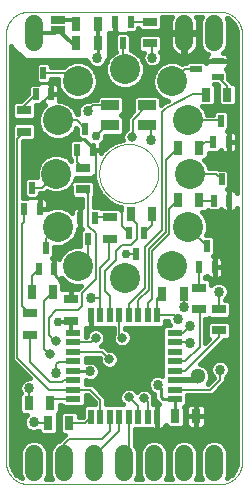
<source format=gtl>
G75*
%MOIN*%
%OFA0B0*%
%FSLAX25Y25*%
%IPPOS*%
%LPD*%
%AMOC8*
5,1,8,0,0,1.08239X$1,22.5*
%
%ADD10C,0.00000*%
%ADD11R,0.05000X0.02200*%
%ADD12R,0.02200X0.05000*%
%ADD13C,0.06000*%
%ADD14R,0.01969X0.03937*%
%ADD15R,0.04724X0.03150*%
%ADD16R,0.03150X0.04724*%
%ADD17R,0.03937X0.01969*%
%ADD18R,0.05906X0.03543*%
%ADD19C,0.10000*%
%ADD20R,0.05000X0.02500*%
%ADD21C,0.05118*%
%ADD22C,0.01200*%
%ADD23C,0.03369*%
%ADD24C,0.01000*%
%ADD25C,0.01600*%
%ADD26C,0.00800*%
%ADD27C,0.00600*%
%ADD28C,0.03172*%
%ADD29C,0.02975*%
%ADD30C,0.02000*%
D10*
X0001800Y0009513D02*
X0001800Y0151994D01*
X0001802Y0152175D01*
X0001809Y0152356D01*
X0001820Y0152537D01*
X0001835Y0152718D01*
X0001855Y0152898D01*
X0001879Y0153078D01*
X0001907Y0153257D01*
X0001940Y0153435D01*
X0001977Y0153612D01*
X0002018Y0153789D01*
X0002063Y0153964D01*
X0002113Y0154139D01*
X0002167Y0154312D01*
X0002225Y0154483D01*
X0002287Y0154654D01*
X0002354Y0154822D01*
X0002424Y0154989D01*
X0002498Y0155155D01*
X0002577Y0155318D01*
X0002659Y0155479D01*
X0002745Y0155639D01*
X0002835Y0155796D01*
X0002929Y0155951D01*
X0003026Y0156104D01*
X0003128Y0156254D01*
X0003232Y0156402D01*
X0003341Y0156548D01*
X0003452Y0156690D01*
X0003568Y0156830D01*
X0003686Y0156967D01*
X0003808Y0157102D01*
X0003933Y0157233D01*
X0004061Y0157361D01*
X0004192Y0157486D01*
X0004327Y0157608D01*
X0004464Y0157726D01*
X0004604Y0157842D01*
X0004746Y0157953D01*
X0004892Y0158062D01*
X0005040Y0158166D01*
X0005190Y0158268D01*
X0005343Y0158365D01*
X0005498Y0158459D01*
X0005655Y0158549D01*
X0005815Y0158635D01*
X0005976Y0158717D01*
X0006139Y0158796D01*
X0006305Y0158870D01*
X0006472Y0158940D01*
X0006640Y0159007D01*
X0006811Y0159069D01*
X0006982Y0159127D01*
X0007155Y0159181D01*
X0007330Y0159231D01*
X0007505Y0159276D01*
X0007682Y0159317D01*
X0007859Y0159354D01*
X0008037Y0159387D01*
X0008216Y0159415D01*
X0008396Y0159439D01*
X0008576Y0159459D01*
X0008757Y0159474D01*
X0008938Y0159485D01*
X0009119Y0159492D01*
X0009300Y0159494D01*
X0073040Y0159494D01*
X0073221Y0159492D01*
X0073402Y0159485D01*
X0073583Y0159474D01*
X0073764Y0159459D01*
X0073944Y0159439D01*
X0074124Y0159415D01*
X0074303Y0159387D01*
X0074481Y0159354D01*
X0074658Y0159317D01*
X0074835Y0159276D01*
X0075010Y0159231D01*
X0075185Y0159181D01*
X0075358Y0159127D01*
X0075529Y0159069D01*
X0075700Y0159007D01*
X0075868Y0158940D01*
X0076035Y0158870D01*
X0076201Y0158796D01*
X0076364Y0158717D01*
X0076525Y0158635D01*
X0076685Y0158549D01*
X0076842Y0158459D01*
X0076997Y0158365D01*
X0077150Y0158268D01*
X0077300Y0158166D01*
X0077448Y0158062D01*
X0077594Y0157953D01*
X0077736Y0157842D01*
X0077876Y0157726D01*
X0078013Y0157608D01*
X0078148Y0157486D01*
X0078279Y0157361D01*
X0078407Y0157233D01*
X0078532Y0157102D01*
X0078654Y0156967D01*
X0078772Y0156830D01*
X0078888Y0156690D01*
X0078999Y0156548D01*
X0079108Y0156402D01*
X0079212Y0156254D01*
X0079314Y0156104D01*
X0079411Y0155951D01*
X0079505Y0155796D01*
X0079595Y0155639D01*
X0079681Y0155479D01*
X0079763Y0155318D01*
X0079842Y0155155D01*
X0079916Y0154989D01*
X0079986Y0154822D01*
X0080053Y0154654D01*
X0080115Y0154483D01*
X0080173Y0154312D01*
X0080227Y0154139D01*
X0080277Y0153964D01*
X0080322Y0153789D01*
X0080363Y0153612D01*
X0080400Y0153435D01*
X0080433Y0153257D01*
X0080461Y0153078D01*
X0080485Y0152898D01*
X0080505Y0152718D01*
X0080520Y0152537D01*
X0080531Y0152356D01*
X0080538Y0152175D01*
X0080540Y0151994D01*
X0080540Y0009513D01*
X0080538Y0009332D01*
X0080531Y0009151D01*
X0080520Y0008970D01*
X0080505Y0008789D01*
X0080485Y0008609D01*
X0080461Y0008429D01*
X0080433Y0008250D01*
X0080400Y0008072D01*
X0080363Y0007895D01*
X0080322Y0007718D01*
X0080277Y0007543D01*
X0080227Y0007368D01*
X0080173Y0007195D01*
X0080115Y0007024D01*
X0080053Y0006853D01*
X0079986Y0006685D01*
X0079916Y0006518D01*
X0079842Y0006352D01*
X0079763Y0006189D01*
X0079681Y0006028D01*
X0079595Y0005868D01*
X0079505Y0005711D01*
X0079411Y0005556D01*
X0079314Y0005403D01*
X0079212Y0005253D01*
X0079108Y0005105D01*
X0078999Y0004959D01*
X0078888Y0004817D01*
X0078772Y0004677D01*
X0078654Y0004540D01*
X0078532Y0004405D01*
X0078407Y0004274D01*
X0078279Y0004146D01*
X0078148Y0004021D01*
X0078013Y0003899D01*
X0077876Y0003781D01*
X0077736Y0003665D01*
X0077594Y0003554D01*
X0077448Y0003445D01*
X0077300Y0003341D01*
X0077150Y0003239D01*
X0076997Y0003142D01*
X0076842Y0003048D01*
X0076685Y0002958D01*
X0076525Y0002872D01*
X0076364Y0002790D01*
X0076201Y0002711D01*
X0076035Y0002637D01*
X0075868Y0002567D01*
X0075700Y0002500D01*
X0075529Y0002438D01*
X0075358Y0002380D01*
X0075185Y0002326D01*
X0075010Y0002276D01*
X0074835Y0002231D01*
X0074658Y0002190D01*
X0074481Y0002153D01*
X0074303Y0002120D01*
X0074124Y0002092D01*
X0073944Y0002068D01*
X0073764Y0002048D01*
X0073583Y0002033D01*
X0073402Y0002022D01*
X0073221Y0002015D01*
X0073040Y0002013D01*
X0009300Y0002013D01*
X0009119Y0002015D01*
X0008938Y0002022D01*
X0008757Y0002033D01*
X0008576Y0002048D01*
X0008396Y0002068D01*
X0008216Y0002092D01*
X0008037Y0002120D01*
X0007859Y0002153D01*
X0007682Y0002190D01*
X0007505Y0002231D01*
X0007330Y0002276D01*
X0007155Y0002326D01*
X0006982Y0002380D01*
X0006811Y0002438D01*
X0006640Y0002500D01*
X0006472Y0002567D01*
X0006305Y0002637D01*
X0006139Y0002711D01*
X0005976Y0002790D01*
X0005815Y0002872D01*
X0005655Y0002958D01*
X0005498Y0003048D01*
X0005343Y0003142D01*
X0005190Y0003239D01*
X0005040Y0003341D01*
X0004892Y0003445D01*
X0004746Y0003554D01*
X0004604Y0003665D01*
X0004464Y0003781D01*
X0004327Y0003899D01*
X0004192Y0004021D01*
X0004061Y0004146D01*
X0003933Y0004274D01*
X0003808Y0004405D01*
X0003686Y0004540D01*
X0003568Y0004677D01*
X0003452Y0004817D01*
X0003341Y0004959D01*
X0003232Y0005105D01*
X0003128Y0005253D01*
X0003026Y0005403D01*
X0002929Y0005556D01*
X0002835Y0005711D01*
X0002745Y0005868D01*
X0002659Y0006028D01*
X0002577Y0006189D01*
X0002498Y0006352D01*
X0002424Y0006518D01*
X0002354Y0006685D01*
X0002287Y0006853D01*
X0002225Y0007024D01*
X0002167Y0007195D01*
X0002113Y0007368D01*
X0002063Y0007543D01*
X0002018Y0007718D01*
X0001977Y0007895D01*
X0001940Y0008072D01*
X0001907Y0008250D01*
X0001879Y0008429D01*
X0001855Y0008609D01*
X0001835Y0008789D01*
X0001820Y0008970D01*
X0001809Y0009151D01*
X0001802Y0009332D01*
X0001800Y0009513D01*
X0032902Y0105557D02*
X0032905Y0105799D01*
X0032914Y0106040D01*
X0032929Y0106281D01*
X0032949Y0106522D01*
X0032976Y0106762D01*
X0033009Y0107001D01*
X0033047Y0107240D01*
X0033091Y0107477D01*
X0033141Y0107714D01*
X0033197Y0107949D01*
X0033259Y0108182D01*
X0033326Y0108414D01*
X0033399Y0108645D01*
X0033477Y0108873D01*
X0033562Y0109099D01*
X0033651Y0109324D01*
X0033746Y0109546D01*
X0033847Y0109765D01*
X0033953Y0109983D01*
X0034064Y0110197D01*
X0034181Y0110409D01*
X0034302Y0110617D01*
X0034429Y0110823D01*
X0034561Y0111025D01*
X0034698Y0111225D01*
X0034839Y0111420D01*
X0034985Y0111613D01*
X0035136Y0111801D01*
X0035292Y0111986D01*
X0035452Y0112167D01*
X0035616Y0112344D01*
X0035785Y0112517D01*
X0035958Y0112686D01*
X0036135Y0112850D01*
X0036316Y0113010D01*
X0036501Y0113166D01*
X0036689Y0113317D01*
X0036882Y0113463D01*
X0037077Y0113604D01*
X0037277Y0113741D01*
X0037479Y0113873D01*
X0037685Y0114000D01*
X0037893Y0114121D01*
X0038105Y0114238D01*
X0038319Y0114349D01*
X0038537Y0114455D01*
X0038756Y0114556D01*
X0038978Y0114651D01*
X0039203Y0114740D01*
X0039429Y0114825D01*
X0039657Y0114903D01*
X0039888Y0114976D01*
X0040120Y0115043D01*
X0040353Y0115105D01*
X0040588Y0115161D01*
X0040825Y0115211D01*
X0041062Y0115255D01*
X0041301Y0115293D01*
X0041540Y0115326D01*
X0041780Y0115353D01*
X0042021Y0115373D01*
X0042262Y0115388D01*
X0042503Y0115397D01*
X0042745Y0115400D01*
X0042987Y0115397D01*
X0043228Y0115388D01*
X0043469Y0115373D01*
X0043710Y0115353D01*
X0043950Y0115326D01*
X0044189Y0115293D01*
X0044428Y0115255D01*
X0044665Y0115211D01*
X0044902Y0115161D01*
X0045137Y0115105D01*
X0045370Y0115043D01*
X0045602Y0114976D01*
X0045833Y0114903D01*
X0046061Y0114825D01*
X0046287Y0114740D01*
X0046512Y0114651D01*
X0046734Y0114556D01*
X0046953Y0114455D01*
X0047171Y0114349D01*
X0047385Y0114238D01*
X0047597Y0114121D01*
X0047805Y0114000D01*
X0048011Y0113873D01*
X0048213Y0113741D01*
X0048413Y0113604D01*
X0048608Y0113463D01*
X0048801Y0113317D01*
X0048989Y0113166D01*
X0049174Y0113010D01*
X0049355Y0112850D01*
X0049532Y0112686D01*
X0049705Y0112517D01*
X0049874Y0112344D01*
X0050038Y0112167D01*
X0050198Y0111986D01*
X0050354Y0111801D01*
X0050505Y0111613D01*
X0050651Y0111420D01*
X0050792Y0111225D01*
X0050929Y0111025D01*
X0051061Y0110823D01*
X0051188Y0110617D01*
X0051309Y0110409D01*
X0051426Y0110197D01*
X0051537Y0109983D01*
X0051643Y0109765D01*
X0051744Y0109546D01*
X0051839Y0109324D01*
X0051928Y0109099D01*
X0052013Y0108873D01*
X0052091Y0108645D01*
X0052164Y0108414D01*
X0052231Y0108182D01*
X0052293Y0107949D01*
X0052349Y0107714D01*
X0052399Y0107477D01*
X0052443Y0107240D01*
X0052481Y0107001D01*
X0052514Y0106762D01*
X0052541Y0106522D01*
X0052561Y0106281D01*
X0052576Y0106040D01*
X0052585Y0105799D01*
X0052588Y0105557D01*
X0052585Y0105315D01*
X0052576Y0105074D01*
X0052561Y0104833D01*
X0052541Y0104592D01*
X0052514Y0104352D01*
X0052481Y0104113D01*
X0052443Y0103874D01*
X0052399Y0103637D01*
X0052349Y0103400D01*
X0052293Y0103165D01*
X0052231Y0102932D01*
X0052164Y0102700D01*
X0052091Y0102469D01*
X0052013Y0102241D01*
X0051928Y0102015D01*
X0051839Y0101790D01*
X0051744Y0101568D01*
X0051643Y0101349D01*
X0051537Y0101131D01*
X0051426Y0100917D01*
X0051309Y0100705D01*
X0051188Y0100497D01*
X0051061Y0100291D01*
X0050929Y0100089D01*
X0050792Y0099889D01*
X0050651Y0099694D01*
X0050505Y0099501D01*
X0050354Y0099313D01*
X0050198Y0099128D01*
X0050038Y0098947D01*
X0049874Y0098770D01*
X0049705Y0098597D01*
X0049532Y0098428D01*
X0049355Y0098264D01*
X0049174Y0098104D01*
X0048989Y0097948D01*
X0048801Y0097797D01*
X0048608Y0097651D01*
X0048413Y0097510D01*
X0048213Y0097373D01*
X0048011Y0097241D01*
X0047805Y0097114D01*
X0047597Y0096993D01*
X0047385Y0096876D01*
X0047171Y0096765D01*
X0046953Y0096659D01*
X0046734Y0096558D01*
X0046512Y0096463D01*
X0046287Y0096374D01*
X0046061Y0096289D01*
X0045833Y0096211D01*
X0045602Y0096138D01*
X0045370Y0096071D01*
X0045137Y0096009D01*
X0044902Y0095953D01*
X0044665Y0095903D01*
X0044428Y0095859D01*
X0044189Y0095821D01*
X0043950Y0095788D01*
X0043710Y0095761D01*
X0043469Y0095741D01*
X0043228Y0095726D01*
X0042987Y0095717D01*
X0042745Y0095714D01*
X0042503Y0095717D01*
X0042262Y0095726D01*
X0042021Y0095741D01*
X0041780Y0095761D01*
X0041540Y0095788D01*
X0041301Y0095821D01*
X0041062Y0095859D01*
X0040825Y0095903D01*
X0040588Y0095953D01*
X0040353Y0096009D01*
X0040120Y0096071D01*
X0039888Y0096138D01*
X0039657Y0096211D01*
X0039429Y0096289D01*
X0039203Y0096374D01*
X0038978Y0096463D01*
X0038756Y0096558D01*
X0038537Y0096659D01*
X0038319Y0096765D01*
X0038105Y0096876D01*
X0037893Y0096993D01*
X0037685Y0097114D01*
X0037479Y0097241D01*
X0037277Y0097373D01*
X0037077Y0097510D01*
X0036882Y0097651D01*
X0036689Y0097797D01*
X0036501Y0097948D01*
X0036316Y0098104D01*
X0036135Y0098264D01*
X0035958Y0098428D01*
X0035785Y0098597D01*
X0035616Y0098770D01*
X0035452Y0098947D01*
X0035292Y0099128D01*
X0035136Y0099313D01*
X0034985Y0099501D01*
X0034839Y0099694D01*
X0034698Y0099889D01*
X0034561Y0100089D01*
X0034429Y0100291D01*
X0034302Y0100497D01*
X0034181Y0100705D01*
X0034064Y0100917D01*
X0033953Y0101131D01*
X0033847Y0101349D01*
X0033746Y0101568D01*
X0033651Y0101790D01*
X0033562Y0102015D01*
X0033477Y0102241D01*
X0033399Y0102469D01*
X0033326Y0102700D01*
X0033259Y0102932D01*
X0033197Y0103165D01*
X0033141Y0103400D01*
X0033091Y0103637D01*
X0033047Y0103874D01*
X0033009Y0104113D01*
X0032976Y0104352D01*
X0032949Y0104592D01*
X0032929Y0104833D01*
X0032914Y0105074D01*
X0032905Y0105315D01*
X0032902Y0105557D01*
D11*
X0024270Y0052407D03*
X0024270Y0049257D03*
X0024270Y0046108D03*
X0024270Y0042958D03*
X0024270Y0039809D03*
X0024270Y0036659D03*
X0024270Y0033509D03*
X0024270Y0030360D03*
X0058070Y0030360D03*
X0058070Y0033509D03*
X0058070Y0036659D03*
X0058070Y0039809D03*
X0058070Y0042958D03*
X0058070Y0046108D03*
X0058070Y0049257D03*
X0058070Y0052407D03*
D12*
X0052194Y0058283D03*
X0049044Y0058283D03*
X0045894Y0058283D03*
X0042745Y0058283D03*
X0039595Y0058283D03*
X0036446Y0058283D03*
X0033296Y0058283D03*
X0030146Y0058283D03*
X0030146Y0024483D03*
X0033296Y0024483D03*
X0036446Y0024483D03*
X0039595Y0024483D03*
X0042745Y0024483D03*
X0045894Y0024483D03*
X0049044Y0024483D03*
X0052194Y0024483D03*
D13*
X0051170Y0012100D02*
X0051170Y0006100D01*
X0041170Y0006100D02*
X0041170Y0012100D01*
X0031170Y0012100D02*
X0031170Y0006100D01*
X0021170Y0006100D02*
X0021170Y0012100D01*
X0011170Y0012100D02*
X0011170Y0006100D01*
X0061170Y0006100D02*
X0061170Y0012100D01*
X0071170Y0012100D02*
X0071170Y0006100D01*
X0071170Y0149407D02*
X0071170Y0155407D01*
X0061170Y0155407D02*
X0061170Y0149407D01*
X0011170Y0149407D02*
X0011170Y0155407D01*
D14*
X0014300Y0139057D03*
X0011741Y0131970D03*
X0016859Y0131970D03*
X0025556Y0113470D03*
X0028115Y0120557D03*
X0030674Y0113470D03*
X0031643Y0090754D03*
X0029083Y0083667D03*
X0026524Y0090754D03*
X0017833Y0073653D03*
X0015274Y0080739D03*
X0012715Y0073653D03*
X0013086Y0093813D03*
X0010527Y0100899D03*
X0007968Y0093813D03*
X0038241Y0156057D03*
X0040800Y0148970D03*
X0043359Y0156057D03*
X0070914Y0116072D03*
X0073473Y0123159D03*
X0076032Y0116072D03*
X0073666Y0103639D03*
X0071107Y0096553D03*
X0076225Y0096553D03*
X0068824Y0081360D03*
X0071383Y0074273D03*
X0066265Y0074273D03*
X0047859Y0085757D03*
X0045300Y0078670D03*
X0042741Y0085757D03*
D15*
X0036517Y0083862D03*
X0036517Y0090949D03*
X0027558Y0100274D03*
X0027558Y0107361D03*
X0007922Y0119557D03*
X0007922Y0126643D03*
X0023500Y0063657D03*
X0023500Y0056570D03*
X0009774Y0058919D03*
X0009774Y0051832D03*
X0049918Y0149057D03*
X0049918Y0156143D03*
X0066292Y0067433D03*
X0066292Y0060346D03*
X0072800Y0060357D03*
X0072800Y0053270D03*
D16*
X0061043Y0065513D03*
X0053957Y0065513D03*
X0050543Y0092013D03*
X0043457Y0092013D03*
X0059060Y0096647D03*
X0066146Y0096647D03*
X0066206Y0114147D03*
X0059119Y0114147D03*
X0068501Y0131872D03*
X0075587Y0131872D03*
X0032343Y0149013D03*
X0032343Y0155513D03*
X0025257Y0155513D03*
X0025257Y0149013D03*
X0017440Y0066187D03*
X0010354Y0066187D03*
X0009457Y0029113D03*
X0015857Y0022513D03*
X0016543Y0029113D03*
X0022943Y0022513D03*
X0058157Y0024713D03*
X0065243Y0024713D03*
D17*
X0072343Y0137899D03*
X0072343Y0143017D03*
X0065257Y0140458D03*
D18*
X0048847Y0128285D03*
X0048847Y0121592D03*
X0036643Y0121592D03*
X0036643Y0128285D03*
D19*
X0041495Y0140271D03*
X0057243Y0136334D03*
X0062617Y0123273D03*
X0063117Y0105557D03*
X0062617Y0087840D03*
X0057243Y0074779D03*
X0041495Y0070842D03*
X0025747Y0074779D03*
X0019123Y0087840D03*
X0018623Y0105557D03*
X0019123Y0123273D03*
X0025747Y0136334D03*
D20*
X0019300Y0153413D03*
X0019300Y0156613D03*
D21*
X0065800Y0038013D03*
D22*
X0024270Y0052407D02*
X0023500Y0053177D01*
X0023500Y0056570D01*
X0023143Y0056213D01*
X0019000Y0056213D01*
X0023700Y0149013D02*
X0025257Y0149013D01*
X0023700Y0149013D02*
X0019300Y0153413D01*
X0018294Y0152407D01*
X0011170Y0152407D01*
X0019300Y0156613D02*
X0024157Y0156613D01*
X0025257Y0155513D01*
X0032343Y0155513D02*
X0032343Y0149013D01*
D23*
X0032200Y0144013D03*
X0029000Y0126413D03*
X0050000Y0116613D03*
X0050600Y0144213D03*
X0072800Y0066213D03*
X0063200Y0054613D03*
X0063200Y0049213D03*
X0059000Y0057213D03*
X0061000Y0061213D03*
X0073200Y0040213D03*
X0052400Y0035213D03*
X0046600Y0052613D03*
X0030200Y0064013D03*
X0029800Y0039613D03*
X0018600Y0039213D03*
X0011000Y0022613D03*
X0009600Y0034013D03*
D24*
X0024270Y0039809D02*
X0029605Y0039809D01*
X0029800Y0039613D01*
X0023500Y0063657D02*
X0023500Y0066113D01*
X0018000Y0071613D01*
X0018000Y0073486D01*
X0017833Y0073653D01*
X0013086Y0093813D02*
X0013086Y0097413D01*
X0007800Y0097413D01*
X0007800Y0115013D01*
X0012302Y0115013D01*
X0021200Y0115013D01*
X0023200Y0117013D01*
X0027800Y0117013D01*
X0030674Y0114139D01*
X0030674Y0113470D01*
X0016859Y0131970D02*
X0016859Y0135813D01*
X0006400Y0135813D01*
X0032200Y0144013D02*
X0032343Y0144157D01*
X0032343Y0149013D01*
X0038241Y0152407D02*
X0038241Y0156057D01*
X0038241Y0152407D02*
X0061170Y0152407D01*
X0052400Y0035213D02*
X0053400Y0034213D01*
X0053400Y0031213D01*
X0054254Y0030360D01*
X0058070Y0030360D01*
X0058070Y0024800D01*
X0058157Y0024713D01*
D25*
X0005128Y0005341D02*
X0004043Y0006835D01*
X0003473Y0008590D01*
X0003400Y0009513D01*
X0003400Y0147926D01*
X0003613Y0147713D01*
X0008013Y0143313D01*
X0028613Y0143313D01*
X0029163Y0142764D01*
X0029416Y0142153D01*
X0030340Y0141229D01*
X0031547Y0140729D01*
X0032853Y0140729D01*
X0034060Y0141229D01*
X0034984Y0142153D01*
X0035379Y0143105D01*
X0035628Y0143355D01*
X0034895Y0141584D01*
X0034895Y0138958D01*
X0035900Y0136533D01*
X0037756Y0134676D01*
X0040182Y0133671D01*
X0042808Y0133671D01*
X0045233Y0134676D01*
X0047090Y0136533D01*
X0048095Y0138958D01*
X0048095Y0141584D01*
X0047090Y0144010D01*
X0045233Y0145866D01*
X0043384Y0146632D01*
X0043384Y0151601D01*
X0042497Y0152488D01*
X0045006Y0152488D01*
X0045943Y0153425D01*
X0045943Y0154157D01*
X0045956Y0154157D01*
X0045956Y0153906D01*
X0046893Y0152969D01*
X0052943Y0152969D01*
X0053880Y0153906D01*
X0053880Y0157894D01*
X0057050Y0157894D01*
X0056722Y0157250D01*
X0056488Y0156531D01*
X0056370Y0155785D01*
X0056370Y0152607D01*
X0060970Y0152607D01*
X0060970Y0152207D01*
X0061370Y0152207D01*
X0061370Y0144607D01*
X0061548Y0144607D01*
X0062294Y0144725D01*
X0063013Y0144959D01*
X0063686Y0145302D01*
X0064297Y0145746D01*
X0064831Y0146280D01*
X0065275Y0146891D01*
X0065618Y0147565D01*
X0065852Y0148283D01*
X0065970Y0149029D01*
X0065970Y0152207D01*
X0061370Y0152207D01*
X0061370Y0152607D01*
X0065970Y0152607D01*
X0065970Y0155785D01*
X0065852Y0156531D01*
X0065618Y0157250D01*
X0065290Y0157894D01*
X0067221Y0157894D01*
X0066570Y0156322D01*
X0066570Y0148492D01*
X0067270Y0146801D01*
X0068564Y0145507D01*
X0069109Y0145282D01*
X0068934Y0145107D01*
X0068697Y0144696D01*
X0068575Y0144239D01*
X0068575Y0143017D01*
X0068575Y0142356D01*
X0067888Y0143043D01*
X0062625Y0143043D01*
X0061941Y0142358D01*
X0060580Y0142358D01*
X0060394Y0142173D01*
X0058556Y0142934D01*
X0055930Y0142934D01*
X0053504Y0141929D01*
X0051648Y0140073D01*
X0050643Y0137647D01*
X0050643Y0135021D01*
X0051648Y0132596D01*
X0053504Y0130739D01*
X0055691Y0129833D01*
X0054851Y0129413D01*
X0054513Y0129413D01*
X0054175Y0129075D01*
X0053746Y0128861D01*
X0053639Y0128540D01*
X0053400Y0128300D01*
X0053400Y0130719D01*
X0052463Y0131657D01*
X0045232Y0131657D01*
X0044294Y0130719D01*
X0044294Y0126395D01*
X0043213Y0125313D01*
X0042100Y0124200D01*
X0042100Y0120358D01*
X0041995Y0120314D01*
X0041195Y0119514D01*
X0041195Y0124027D01*
X0040283Y0124939D01*
X0041195Y0125851D01*
X0041195Y0130719D01*
X0040258Y0131657D01*
X0033027Y0131657D01*
X0032090Y0130719D01*
X0032090Y0130185D01*
X0030085Y0130185D01*
X0029597Y0129698D01*
X0028347Y0129698D01*
X0027140Y0129198D01*
X0026216Y0128274D01*
X0025716Y0127067D01*
X0025716Y0125760D01*
X0025917Y0125273D01*
X0025438Y0125273D01*
X0024718Y0127012D01*
X0022861Y0128868D01*
X0020436Y0129873D01*
X0019643Y0129873D01*
X0019643Y0131970D01*
X0016859Y0131970D01*
X0016859Y0131970D01*
X0016859Y0135739D01*
X0016197Y0135739D01*
X0016884Y0136425D01*
X0016884Y0137057D01*
X0019147Y0137057D01*
X0019147Y0135181D01*
X0018949Y0135379D01*
X0018538Y0135616D01*
X0018080Y0135739D01*
X0016859Y0135739D01*
X0016859Y0131970D01*
X0016859Y0131970D01*
X0019643Y0131970D01*
X0019643Y0133823D01*
X0020152Y0132596D01*
X0022008Y0130739D01*
X0024434Y0129734D01*
X0027060Y0129734D01*
X0029485Y0130739D01*
X0031342Y0132596D01*
X0032347Y0135021D01*
X0032347Y0137647D01*
X0031342Y0140073D01*
X0029485Y0141929D01*
X0027060Y0142934D01*
X0024434Y0142934D01*
X0022008Y0141929D01*
X0021135Y0141057D01*
X0016884Y0141057D01*
X0016884Y0141688D01*
X0015947Y0142625D01*
X0012653Y0142625D01*
X0011716Y0141688D01*
X0011716Y0136425D01*
X0012603Y0135539D01*
X0010094Y0135539D01*
X0009157Y0134601D01*
X0009157Y0132073D01*
X0006902Y0129818D01*
X0004897Y0129818D01*
X0003960Y0128881D01*
X0003960Y0124406D01*
X0004897Y0123469D01*
X0010947Y0123469D01*
X0011884Y0124406D01*
X0011884Y0128402D01*
X0013388Y0128402D01*
X0014232Y0129246D01*
X0014434Y0128896D01*
X0014770Y0128561D01*
X0014964Y0128449D01*
X0013528Y0127012D01*
X0012523Y0124586D01*
X0012523Y0121960D01*
X0013528Y0119535D01*
X0015384Y0117678D01*
X0017810Y0116673D01*
X0020436Y0116673D01*
X0022861Y0117678D01*
X0024718Y0119535D01*
X0025184Y0120659D01*
X0025531Y0120313D01*
X0025531Y0117925D01*
X0026418Y0117039D01*
X0023909Y0117039D01*
X0022972Y0116101D01*
X0022972Y0110839D01*
X0023656Y0110155D01*
X0023656Y0109857D01*
X0022361Y0111152D01*
X0019936Y0112157D01*
X0017310Y0112157D01*
X0014884Y0111152D01*
X0013028Y0109295D01*
X0012023Y0106870D01*
X0012023Y0104468D01*
X0008880Y0104468D01*
X0007943Y0103530D01*
X0007943Y0098268D01*
X0008829Y0097381D01*
X0007500Y0097381D01*
X0007500Y0116382D01*
X0010947Y0116382D01*
X0011884Y0117319D01*
X0011884Y0121794D01*
X0010947Y0122731D01*
X0004897Y0122731D01*
X0003960Y0121794D01*
X0003960Y0118281D01*
X0003700Y0118022D01*
X0003700Y0043426D01*
X0004813Y0042313D01*
X0009829Y0037298D01*
X0008947Y0037298D01*
X0007740Y0036798D01*
X0006816Y0035874D01*
X0006316Y0034667D01*
X0006316Y0033360D01*
X0006664Y0032520D01*
X0006282Y0032138D01*
X0006282Y0026088D01*
X0007219Y0025151D01*
X0008893Y0025151D01*
X0008216Y0024474D01*
X0007716Y0023267D01*
X0007716Y0021960D01*
X0008216Y0020753D01*
X0009140Y0019829D01*
X0010347Y0019329D01*
X0011653Y0019329D01*
X0012682Y0019755D01*
X0012682Y0019488D01*
X0013619Y0018551D01*
X0018094Y0018551D01*
X0019031Y0019488D01*
X0019031Y0025402D01*
X0019718Y0026088D01*
X0019718Y0028460D01*
X0020307Y0028460D01*
X0021107Y0027660D01*
X0027433Y0027660D01*
X0028370Y0028597D01*
X0028370Y0031609D01*
X0029117Y0031609D01*
X0031396Y0029330D01*
X0031396Y0028583D01*
X0028384Y0028583D01*
X0027446Y0027646D01*
X0027446Y0024470D01*
X0027389Y0024413D01*
X0026118Y0024413D01*
X0026118Y0025538D01*
X0025181Y0026476D01*
X0020706Y0026476D01*
X0019769Y0025538D01*
X0019769Y0019488D01*
X0020706Y0018551D01*
X0021509Y0018551D01*
X0020800Y0017842D01*
X0019236Y0016278D01*
X0018564Y0016000D01*
X0017270Y0014706D01*
X0016570Y0013015D01*
X0016570Y0005185D01*
X0017221Y0003613D01*
X0015119Y0003613D01*
X0015770Y0005185D01*
X0015770Y0013015D01*
X0015070Y0014706D01*
X0013776Y0016000D01*
X0012085Y0016700D01*
X0010255Y0016700D01*
X0008564Y0016000D01*
X0007270Y0014706D01*
X0006570Y0013015D01*
X0006570Y0005185D01*
X0007007Y0004131D01*
X0006621Y0004256D01*
X0005128Y0005341D01*
X0005308Y0005210D02*
X0006570Y0005210D01*
X0006570Y0006809D02*
X0004062Y0006809D01*
X0003532Y0008407D02*
X0006570Y0008407D01*
X0006570Y0010006D02*
X0003400Y0010006D01*
X0003400Y0011604D02*
X0006570Y0011604D01*
X0006648Y0013203D02*
X0003400Y0013203D01*
X0003400Y0014801D02*
X0007366Y0014801D01*
X0009531Y0016400D02*
X0003400Y0016400D01*
X0003400Y0017998D02*
X0020957Y0017998D01*
X0019769Y0019597D02*
X0019031Y0019597D01*
X0019031Y0021196D02*
X0019769Y0021196D01*
X0019769Y0022794D02*
X0019031Y0022794D01*
X0019031Y0024393D02*
X0019769Y0024393D01*
X0019621Y0025991D02*
X0020221Y0025991D01*
X0019718Y0027590D02*
X0027446Y0027590D01*
X0027446Y0025991D02*
X0025665Y0025991D01*
X0028370Y0029188D02*
X0031396Y0029188D01*
X0029940Y0030787D02*
X0028370Y0030787D01*
X0028370Y0035409D02*
X0028370Y0036651D01*
X0029147Y0036329D01*
X0030453Y0036329D01*
X0031660Y0036829D01*
X0032584Y0037753D01*
X0033084Y0038960D01*
X0033084Y0040267D01*
X0032584Y0041474D01*
X0031660Y0042398D01*
X0030453Y0042898D01*
X0029147Y0042898D01*
X0028370Y0042576D01*
X0028370Y0044208D01*
X0032919Y0044208D01*
X0033014Y0044112D01*
X0033014Y0042980D01*
X0033499Y0041809D01*
X0034395Y0040913D01*
X0035566Y0040428D01*
X0036834Y0040428D01*
X0038005Y0040913D01*
X0038901Y0041809D01*
X0039386Y0042980D01*
X0039386Y0044247D01*
X0038901Y0045418D01*
X0038005Y0046314D01*
X0036834Y0046799D01*
X0035701Y0046799D01*
X0034493Y0048008D01*
X0033352Y0048008D01*
X0033605Y0048113D01*
X0034501Y0049009D01*
X0034986Y0050180D01*
X0034986Y0051447D01*
X0034501Y0052618D01*
X0033605Y0053514D01*
X0032434Y0053999D01*
X0031542Y0053999D01*
X0031941Y0054106D01*
X0032075Y0054183D01*
X0037695Y0054183D01*
X0037695Y0052126D01*
X0037414Y0051447D01*
X0037414Y0050180D01*
X0037899Y0049009D01*
X0038795Y0048113D01*
X0039966Y0047628D01*
X0041234Y0047628D01*
X0042405Y0048113D01*
X0043301Y0049009D01*
X0043786Y0050180D01*
X0043786Y0051447D01*
X0043301Y0052618D01*
X0042405Y0053514D01*
X0041495Y0053891D01*
X0041495Y0054183D01*
X0053956Y0054183D01*
X0054894Y0055121D01*
X0054894Y0056383D01*
X0055789Y0056383D01*
X0056216Y0055353D01*
X0056462Y0055107D01*
X0054907Y0055107D01*
X0053970Y0054170D01*
X0053970Y0038118D01*
X0053053Y0038498D01*
X0051747Y0038498D01*
X0050540Y0037998D01*
X0049616Y0037074D01*
X0049116Y0035867D01*
X0049116Y0034560D01*
X0049616Y0033353D01*
X0050540Y0032429D01*
X0051300Y0032114D01*
X0051300Y0030344D01*
X0052530Y0029113D01*
X0052860Y0028783D01*
X0052194Y0028783D01*
X0052194Y0024484D01*
X0052194Y0024484D01*
X0052194Y0028783D01*
X0050944Y0028783D01*
X0050944Y0029879D01*
X0050986Y0029980D01*
X0050986Y0031247D01*
X0050501Y0032418D01*
X0049605Y0033314D01*
X0048434Y0033799D01*
X0047166Y0033799D01*
X0045995Y0033314D01*
X0045500Y0032819D01*
X0044605Y0033714D01*
X0043434Y0034199D01*
X0042166Y0034199D01*
X0040995Y0033714D01*
X0040099Y0032818D01*
X0039614Y0031647D01*
X0039614Y0030380D01*
X0040099Y0029209D01*
X0040725Y0028583D01*
X0035196Y0028583D01*
X0035196Y0030904D01*
X0030691Y0035409D01*
X0028370Y0035409D01*
X0028370Y0035582D02*
X0049116Y0035582D01*
X0049355Y0033984D02*
X0043954Y0033984D01*
X0041646Y0033984D02*
X0032117Y0033984D01*
X0033715Y0032385D02*
X0039920Y0032385D01*
X0039614Y0030787D02*
X0035196Y0030787D01*
X0035196Y0029188D02*
X0040120Y0029188D01*
X0044745Y0020383D02*
X0050265Y0020383D01*
X0050399Y0020306D01*
X0050857Y0020183D01*
X0052194Y0020183D01*
X0053531Y0020183D01*
X0053988Y0020306D01*
X0054399Y0020543D01*
X0054734Y0020878D01*
X0054971Y0021289D01*
X0055058Y0021613D01*
X0055919Y0020751D01*
X0060394Y0020751D01*
X0061331Y0021688D01*
X0061331Y0027738D01*
X0061321Y0027748D01*
X0062170Y0028597D01*
X0062170Y0031609D01*
X0070683Y0031609D01*
X0071796Y0032722D01*
X0073987Y0034913D01*
X0075100Y0036026D01*
X0075100Y0037469D01*
X0075984Y0038353D01*
X0076484Y0039560D01*
X0076484Y0040867D01*
X0075984Y0042074D01*
X0075060Y0042998D01*
X0073853Y0043498D01*
X0072547Y0043498D01*
X0071340Y0042998D01*
X0070416Y0042074D01*
X0069916Y0040867D01*
X0069916Y0039560D01*
X0070416Y0038353D01*
X0071234Y0037535D01*
X0069109Y0035409D01*
X0069078Y0035409D01*
X0069326Y0035657D01*
X0069959Y0037186D01*
X0069959Y0038841D01*
X0069326Y0040369D01*
X0068156Y0041539D01*
X0066641Y0042167D01*
X0073587Y0049113D01*
X0074569Y0050095D01*
X0075825Y0050095D01*
X0076762Y0051033D01*
X0076762Y0055508D01*
X0075825Y0056445D01*
X0069775Y0056445D01*
X0068838Y0055508D01*
X0068838Y0051033D01*
X0069485Y0050385D01*
X0068300Y0049200D01*
X0068300Y0057172D01*
X0069317Y0057172D01*
X0069551Y0057406D01*
X0069775Y0057182D01*
X0075825Y0057182D01*
X0076762Y0058119D01*
X0076762Y0062594D01*
X0075825Y0063531D01*
X0074763Y0063531D01*
X0075584Y0064353D01*
X0076084Y0065560D01*
X0076084Y0066867D01*
X0075584Y0068074D01*
X0074660Y0068998D01*
X0073453Y0069498D01*
X0072147Y0069498D01*
X0070940Y0068998D01*
X0070254Y0068312D01*
X0070254Y0069671D01*
X0069317Y0070608D01*
X0068192Y0070608D01*
X0068192Y0070985D01*
X0068756Y0071549D01*
X0068958Y0071199D01*
X0069293Y0070864D01*
X0069704Y0070627D01*
X0070161Y0070505D01*
X0071383Y0070505D01*
X0072604Y0070505D01*
X0073062Y0070627D01*
X0073472Y0070864D01*
X0073807Y0071199D01*
X0074044Y0071610D01*
X0074167Y0072068D01*
X0074167Y0074273D01*
X0071383Y0074273D01*
X0071383Y0074273D01*
X0071383Y0070505D01*
X0071383Y0074273D01*
X0071383Y0074273D01*
X0074167Y0074273D01*
X0074167Y0076479D01*
X0074044Y0076937D01*
X0073807Y0077347D01*
X0073472Y0077682D01*
X0073062Y0077919D01*
X0072604Y0078042D01*
X0071383Y0078042D01*
X0071383Y0074273D01*
X0071383Y0074273D01*
X0071383Y0078042D01*
X0070721Y0078042D01*
X0071408Y0078729D01*
X0071408Y0083991D01*
X0070471Y0084928D01*
X0068555Y0084928D01*
X0069217Y0086527D01*
X0069217Y0089153D01*
X0068212Y0091579D01*
X0067106Y0092685D01*
X0068384Y0092685D01*
X0069072Y0093373D01*
X0069460Y0092984D01*
X0072754Y0092984D01*
X0073599Y0093829D01*
X0073801Y0093479D01*
X0074136Y0093144D01*
X0074546Y0092907D01*
X0075004Y0092784D01*
X0076225Y0092784D01*
X0076225Y0096553D01*
X0076225Y0100321D01*
X0075563Y0100321D01*
X0076250Y0101008D01*
X0076250Y0106271D01*
X0075313Y0107208D01*
X0072785Y0107208D01*
X0072536Y0107457D01*
X0069474Y0107457D01*
X0068712Y0109295D01*
X0067822Y0110185D01*
X0068443Y0110185D01*
X0069380Y0111122D01*
X0069380Y0112504D01*
X0072561Y0112504D01*
X0073406Y0113348D01*
X0073608Y0112999D01*
X0073943Y0112664D01*
X0074353Y0112427D01*
X0074811Y0112304D01*
X0076032Y0112304D01*
X0076032Y0116072D01*
X0076032Y0116072D01*
X0076032Y0112304D01*
X0077254Y0112304D01*
X0077711Y0112427D01*
X0078122Y0112664D01*
X0078457Y0112999D01*
X0078694Y0113409D01*
X0078817Y0113867D01*
X0078817Y0116072D01*
X0076032Y0116072D01*
X0076032Y0116072D01*
X0076032Y0116073D02*
X0076032Y0119841D01*
X0075371Y0119841D01*
X0076057Y0120528D01*
X0076057Y0125790D01*
X0075120Y0126728D01*
X0071826Y0126728D01*
X0070889Y0125790D01*
X0070889Y0125173D01*
X0068974Y0125173D01*
X0068212Y0127012D01*
X0067314Y0127909D01*
X0070738Y0127909D01*
X0071676Y0128847D01*
X0071676Y0134897D01*
X0071257Y0135315D01*
X0072241Y0135315D01*
X0072536Y0135020D01*
X0072413Y0134897D01*
X0072413Y0128847D01*
X0073350Y0127909D01*
X0077825Y0127909D01*
X0078762Y0128847D01*
X0078762Y0134897D01*
X0077825Y0135834D01*
X0077096Y0135834D01*
X0075912Y0137018D01*
X0075912Y0139546D01*
X0075067Y0140391D01*
X0075417Y0140593D01*
X0075752Y0140928D01*
X0075989Y0141338D01*
X0076112Y0141796D01*
X0076112Y0143017D01*
X0072343Y0143017D01*
X0068575Y0143017D01*
X0072343Y0143017D01*
X0072343Y0143017D01*
X0072343Y0143017D01*
X0076112Y0143017D01*
X0076112Y0144239D01*
X0075989Y0144696D01*
X0075752Y0145107D01*
X0075417Y0145442D01*
X0075007Y0145679D01*
X0074549Y0145802D01*
X0074070Y0145802D01*
X0075070Y0146801D01*
X0075770Y0148492D01*
X0075770Y0156322D01*
X0075334Y0157376D01*
X0075719Y0157251D01*
X0077212Y0156166D01*
X0078297Y0154672D01*
X0078868Y0152917D01*
X0078940Y0151994D01*
X0078940Y0099017D01*
X0078887Y0099216D01*
X0078650Y0099626D01*
X0078315Y0099962D01*
X0077904Y0100199D01*
X0077446Y0100321D01*
X0076225Y0100321D01*
X0076225Y0096553D01*
X0076225Y0096553D01*
X0076225Y0096553D01*
X0076225Y0092784D01*
X0077446Y0092784D01*
X0077904Y0092907D01*
X0078315Y0093144D01*
X0078650Y0093479D01*
X0078887Y0093889D01*
X0078940Y0094089D01*
X0078940Y0009513D01*
X0078868Y0008590D01*
X0078297Y0006835D01*
X0077212Y0005341D01*
X0075719Y0004256D01*
X0075334Y0004131D01*
X0075770Y0005185D01*
X0075770Y0013015D01*
X0075070Y0014706D01*
X0073776Y0016000D01*
X0072085Y0016700D01*
X0070255Y0016700D01*
X0068564Y0016000D01*
X0067270Y0014706D01*
X0066570Y0013015D01*
X0066570Y0005185D01*
X0067221Y0003613D01*
X0065119Y0003613D01*
X0065770Y0005185D01*
X0065770Y0013015D01*
X0065070Y0014706D01*
X0063776Y0016000D01*
X0062085Y0016700D01*
X0060255Y0016700D01*
X0058564Y0016000D01*
X0057270Y0014706D01*
X0056570Y0013015D01*
X0056570Y0005185D01*
X0057221Y0003613D01*
X0055119Y0003613D01*
X0055770Y0005185D01*
X0055770Y0013015D01*
X0055070Y0014706D01*
X0053776Y0016000D01*
X0052085Y0016700D01*
X0050255Y0016700D01*
X0048564Y0016000D01*
X0047270Y0014706D01*
X0046570Y0013015D01*
X0046570Y0005185D01*
X0047221Y0003613D01*
X0045119Y0003613D01*
X0045770Y0005185D01*
X0045770Y0013015D01*
X0045070Y0014706D01*
X0044745Y0015031D01*
X0044745Y0020383D01*
X0044745Y0019597D02*
X0078940Y0019597D01*
X0078940Y0017998D02*
X0044745Y0017998D01*
X0044745Y0016400D02*
X0049531Y0016400D01*
X0047366Y0014801D02*
X0044974Y0014801D01*
X0045692Y0013203D02*
X0046648Y0013203D01*
X0046570Y0011604D02*
X0045770Y0011604D01*
X0045770Y0010006D02*
X0046570Y0010006D01*
X0046570Y0008407D02*
X0045770Y0008407D01*
X0045770Y0006809D02*
X0046570Y0006809D01*
X0046570Y0005210D02*
X0045770Y0005210D01*
X0052809Y0016400D02*
X0059531Y0016400D01*
X0057366Y0014801D02*
X0054974Y0014801D01*
X0055692Y0013203D02*
X0056648Y0013203D01*
X0056570Y0011604D02*
X0055770Y0011604D01*
X0055770Y0010006D02*
X0056570Y0010006D01*
X0056570Y0008407D02*
X0055770Y0008407D01*
X0055770Y0006809D02*
X0056570Y0006809D01*
X0056570Y0005210D02*
X0055770Y0005210D01*
X0062809Y0016400D02*
X0069531Y0016400D01*
X0067513Y0020674D02*
X0067923Y0020911D01*
X0068258Y0021246D01*
X0068495Y0021656D01*
X0068618Y0022114D01*
X0068618Y0024713D01*
X0065243Y0024713D01*
X0065243Y0024713D01*
X0065243Y0020551D01*
X0063432Y0020551D01*
X0062974Y0020674D01*
X0062563Y0020911D01*
X0062228Y0021246D01*
X0061991Y0021656D01*
X0061869Y0022114D01*
X0061869Y0024713D01*
X0065243Y0024713D01*
X0065243Y0024713D01*
X0065243Y0020551D01*
X0067055Y0020551D01*
X0067513Y0020674D01*
X0068208Y0021196D02*
X0078940Y0021196D01*
X0078940Y0022794D02*
X0068618Y0022794D01*
X0068618Y0024393D02*
X0078940Y0024393D01*
X0078940Y0025991D02*
X0068618Y0025991D01*
X0068618Y0024713D02*
X0068618Y0027313D01*
X0068495Y0027770D01*
X0068258Y0028181D01*
X0067923Y0028516D01*
X0067513Y0028753D01*
X0067055Y0028876D01*
X0065243Y0028876D01*
X0063432Y0028876D01*
X0062974Y0028753D01*
X0062563Y0028516D01*
X0062228Y0028181D01*
X0061991Y0027770D01*
X0061869Y0027313D01*
X0061868Y0024713D01*
X0065243Y0024713D01*
X0065243Y0024713D01*
X0065243Y0024714D02*
X0065243Y0028876D01*
X0065243Y0024714D01*
X0065243Y0024714D01*
X0065243Y0024713D02*
X0068618Y0024713D01*
X0068544Y0027590D02*
X0078940Y0027590D01*
X0078940Y0029188D02*
X0062170Y0029188D01*
X0062170Y0030787D02*
X0078940Y0030787D01*
X0078940Y0032385D02*
X0071459Y0032385D01*
X0073057Y0033984D02*
X0078940Y0033984D01*
X0078940Y0035582D02*
X0074656Y0035582D01*
X0075100Y0037181D02*
X0078940Y0037181D01*
X0078940Y0038779D02*
X0076161Y0038779D01*
X0076484Y0040378D02*
X0078940Y0040378D01*
X0078940Y0041976D02*
X0076025Y0041976D01*
X0078940Y0043575D02*
X0068048Y0043575D01*
X0067101Y0041976D02*
X0070375Y0041976D01*
X0069916Y0040378D02*
X0069317Y0040378D01*
X0069959Y0038779D02*
X0070239Y0038779D01*
X0069957Y0037181D02*
X0070880Y0037181D01*
X0069282Y0035582D02*
X0069251Y0035582D01*
X0065243Y0027590D02*
X0065243Y0027590D01*
X0065243Y0025991D02*
X0065243Y0025991D01*
X0065243Y0024393D02*
X0065243Y0024393D01*
X0065243Y0022794D02*
X0065243Y0022794D01*
X0065243Y0021196D02*
X0065243Y0021196D01*
X0062279Y0021196D02*
X0060839Y0021196D01*
X0061331Y0022794D02*
X0061869Y0022794D01*
X0061869Y0024393D02*
X0061331Y0024393D01*
X0061331Y0025991D02*
X0061869Y0025991D01*
X0061943Y0027590D02*
X0061331Y0027590D01*
X0055475Y0021196D02*
X0054917Y0021196D01*
X0052194Y0021196D02*
X0052194Y0021196D01*
X0052194Y0020183D02*
X0052194Y0024483D01*
X0052194Y0024483D01*
X0052194Y0020183D01*
X0052194Y0022794D02*
X0052194Y0022794D01*
X0052194Y0024393D02*
X0052194Y0024393D01*
X0052194Y0025991D02*
X0052194Y0025991D01*
X0052194Y0027590D02*
X0052194Y0027590D01*
X0052455Y0029188D02*
X0050944Y0029188D01*
X0050986Y0030787D02*
X0051300Y0030787D01*
X0050646Y0032385D02*
X0050514Y0032385D01*
X0049723Y0037181D02*
X0032012Y0037181D01*
X0033009Y0038779D02*
X0053970Y0038779D01*
X0053970Y0040378D02*
X0033038Y0040378D01*
X0033430Y0041976D02*
X0032082Y0041976D01*
X0033014Y0043575D02*
X0028370Y0043575D01*
X0028370Y0051157D02*
X0028370Y0054101D01*
X0028809Y0053983D01*
X0030146Y0053983D01*
X0030146Y0058283D01*
X0030147Y0058283D01*
X0030147Y0053983D01*
X0031128Y0053983D01*
X0029995Y0053514D01*
X0029099Y0052618D01*
X0028614Y0051447D01*
X0028614Y0051157D01*
X0028370Y0051157D01*
X0028370Y0051567D02*
X0028664Y0051567D01*
X0028370Y0053166D02*
X0029647Y0053166D01*
X0030146Y0054764D02*
X0030147Y0054764D01*
X0030146Y0056363D02*
X0030147Y0056363D01*
X0030146Y0057961D02*
X0030147Y0057961D01*
X0033953Y0053166D02*
X0037695Y0053166D01*
X0037464Y0051567D02*
X0034936Y0051567D01*
X0034898Y0049969D02*
X0037502Y0049969D01*
X0038538Y0048370D02*
X0033862Y0048370D01*
X0036900Y0046772D02*
X0053970Y0046772D01*
X0053970Y0048370D02*
X0042662Y0048370D01*
X0043698Y0049969D02*
X0053970Y0049969D01*
X0053970Y0051567D02*
X0043736Y0051567D01*
X0042753Y0053166D02*
X0053970Y0053166D01*
X0054537Y0054764D02*
X0054565Y0054764D01*
X0054894Y0056363D02*
X0055797Y0056363D01*
X0053970Y0045173D02*
X0039002Y0045173D01*
X0039386Y0043575D02*
X0053970Y0043575D01*
X0053970Y0041976D02*
X0038970Y0041976D01*
X0025731Y0067031D02*
X0023500Y0067031D01*
X0020901Y0067031D01*
X0020615Y0066955D01*
X0020615Y0069212D01*
X0019708Y0070120D01*
X0019923Y0070244D01*
X0020258Y0070579D01*
X0020388Y0070804D01*
X0022008Y0069184D01*
X0024434Y0068179D01*
X0026879Y0068179D01*
X0025731Y0067031D01*
X0026252Y0067552D02*
X0020615Y0067552D01*
X0020615Y0069151D02*
X0022088Y0069151D01*
X0020443Y0070749D02*
X0020356Y0070749D01*
X0017833Y0073653D02*
X0017833Y0073653D01*
X0017833Y0077421D01*
X0017171Y0077421D01*
X0017858Y0078108D01*
X0017858Y0081240D01*
X0020436Y0081240D01*
X0022861Y0082245D01*
X0024718Y0084102D01*
X0025723Y0086527D01*
X0025723Y0086985D01*
X0026524Y0086985D01*
X0026524Y0090753D01*
X0026524Y0090753D01*
X0026524Y0086985D01*
X0027186Y0086985D01*
X0026499Y0086298D01*
X0026499Y0081379D01*
X0024434Y0081379D01*
X0022008Y0080374D01*
X0020152Y0078518D01*
X0019621Y0077236D01*
X0019512Y0077299D01*
X0019054Y0077421D01*
X0017833Y0077421D01*
X0017833Y0073653D01*
X0017833Y0073946D02*
X0017833Y0073946D01*
X0017833Y0075545D02*
X0017833Y0075545D01*
X0017833Y0077143D02*
X0017833Y0077143D01*
X0017858Y0078742D02*
X0020376Y0078742D01*
X0021974Y0080340D02*
X0017858Y0080340D01*
X0022123Y0081939D02*
X0026499Y0081939D01*
X0026499Y0083537D02*
X0024154Y0083537D01*
X0025147Y0085136D02*
X0026499Y0085136D01*
X0026936Y0086734D02*
X0025723Y0086734D01*
X0026524Y0088333D02*
X0026524Y0088333D01*
X0026524Y0089932D02*
X0026524Y0089932D01*
X0026524Y0090754D02*
X0026524Y0094522D01*
X0025303Y0094522D01*
X0024845Y0094399D01*
X0024435Y0094162D01*
X0024100Y0093827D01*
X0023863Y0093417D01*
X0023740Y0092959D01*
X0023740Y0092557D01*
X0022861Y0093435D01*
X0020436Y0094440D01*
X0017810Y0094440D01*
X0015870Y0093637D01*
X0015870Y0093813D01*
X0015870Y0096018D01*
X0015747Y0096476D01*
X0015510Y0096886D01*
X0015175Y0097221D01*
X0014765Y0097458D01*
X0014307Y0097581D01*
X0013086Y0097581D01*
X0013086Y0093813D01*
X0013086Y0093813D01*
X0015870Y0093813D01*
X0013086Y0093813D01*
X0013086Y0093813D01*
X0013086Y0097581D01*
X0012424Y0097581D01*
X0013111Y0098268D01*
X0013111Y0098999D01*
X0014752Y0098999D01*
X0015471Y0099718D01*
X0017310Y0098957D01*
X0019936Y0098957D01*
X0022361Y0099961D01*
X0023596Y0101196D01*
X0023596Y0098036D01*
X0024533Y0097099D01*
X0027300Y0097099D01*
X0027300Y0094522D01*
X0026524Y0094522D01*
X0026524Y0090754D01*
X0026524Y0090754D01*
X0026524Y0091530D02*
X0026524Y0091530D01*
X0026524Y0093129D02*
X0026524Y0093129D01*
X0027300Y0094727D02*
X0015870Y0094727D01*
X0015788Y0096326D02*
X0027300Y0096326D01*
X0031100Y0096326D02*
X0035849Y0096326D01*
X0035719Y0096400D02*
X0038328Y0094894D01*
X0040282Y0094370D01*
X0040282Y0093383D01*
X0039541Y0094124D01*
X0033492Y0094124D01*
X0033490Y0094122D01*
X0033290Y0094322D01*
X0031100Y0094322D01*
X0031100Y0097616D01*
X0031520Y0098036D01*
X0031520Y0102512D01*
X0030583Y0103449D01*
X0024893Y0103449D01*
X0025199Y0104186D01*
X0030583Y0104186D01*
X0031302Y0104905D01*
X0031302Y0104050D01*
X0032082Y0101140D01*
X0033589Y0098531D01*
X0035719Y0096400D01*
X0034195Y0097924D02*
X0031408Y0097924D01*
X0031520Y0099523D02*
X0033016Y0099523D01*
X0032093Y0101121D02*
X0031520Y0101121D01*
X0031659Y0102720D02*
X0031312Y0102720D01*
X0031302Y0104318D02*
X0030715Y0104318D01*
X0033458Y0112357D02*
X0033458Y0113470D01*
X0030674Y0113470D01*
X0030674Y0113470D01*
X0033458Y0113470D01*
X0033458Y0115358D01*
X0033549Y0115396D01*
X0034417Y0116265D01*
X0034887Y0117399D01*
X0034887Y0118220D01*
X0040258Y0118220D01*
X0040847Y0118810D01*
X0040614Y0118247D01*
X0040614Y0116980D01*
X0040669Y0116847D01*
X0038328Y0116219D01*
X0035719Y0114713D01*
X0033589Y0112583D01*
X0033458Y0112357D01*
X0033458Y0113909D02*
X0034915Y0113909D01*
X0033661Y0115508D02*
X0037095Y0115508D01*
X0034766Y0117106D02*
X0040614Y0117106D01*
X0040742Y0118705D02*
X0040804Y0118705D01*
X0041195Y0120303D02*
X0041984Y0120303D01*
X0042100Y0121902D02*
X0041195Y0121902D01*
X0041195Y0123500D02*
X0042100Y0123500D01*
X0042998Y0125099D02*
X0040443Y0125099D01*
X0041195Y0126697D02*
X0044294Y0126697D01*
X0044294Y0128296D02*
X0041195Y0128296D01*
X0041195Y0129894D02*
X0044294Y0129894D01*
X0045068Y0131493D02*
X0040422Y0131493D01*
X0037742Y0134690D02*
X0032209Y0134690D01*
X0032347Y0136288D02*
X0036144Y0136288D01*
X0035339Y0137887D02*
X0032248Y0137887D01*
X0031585Y0139485D02*
X0034895Y0139485D01*
X0034895Y0141084D02*
X0033710Y0141084D01*
X0035204Y0142682D02*
X0035350Y0142682D01*
X0036300Y0144410D02*
X0036300Y0145600D01*
X0036300Y0152562D01*
X0036562Y0152411D01*
X0037020Y0152288D01*
X0038241Y0152288D01*
X0038903Y0152288D01*
X0038216Y0151601D01*
X0038216Y0146339D01*
X0038415Y0146139D01*
X0037756Y0145866D01*
X0036300Y0144410D01*
X0036300Y0145879D02*
X0037788Y0145879D01*
X0038216Y0147478D02*
X0036300Y0147478D01*
X0036300Y0149076D02*
X0038216Y0149076D01*
X0038216Y0150675D02*
X0036300Y0150675D01*
X0036300Y0152273D02*
X0038888Y0152273D01*
X0038241Y0152288D02*
X0038241Y0156057D01*
X0038241Y0156057D01*
X0038241Y0152288D01*
X0038241Y0153872D02*
X0038241Y0153872D01*
X0038241Y0155470D02*
X0038241Y0155470D01*
X0042712Y0152273D02*
X0060970Y0152273D01*
X0060970Y0152207D02*
X0056370Y0152207D01*
X0056370Y0149029D01*
X0056488Y0148283D01*
X0056722Y0147565D01*
X0057065Y0146891D01*
X0057509Y0146280D01*
X0058043Y0145746D01*
X0058654Y0145302D01*
X0059328Y0144959D01*
X0060046Y0144725D01*
X0060792Y0144607D01*
X0060970Y0144607D01*
X0060970Y0152207D01*
X0061370Y0152273D02*
X0066570Y0152273D01*
X0066570Y0150675D02*
X0065970Y0150675D01*
X0065970Y0149076D02*
X0066570Y0149076D01*
X0066990Y0147478D02*
X0065574Y0147478D01*
X0064431Y0145879D02*
X0068192Y0145879D01*
X0068586Y0144281D02*
X0053884Y0144281D01*
X0053884Y0144867D02*
X0053384Y0146074D01*
X0053260Y0146198D01*
X0053880Y0146819D01*
X0053880Y0151294D01*
X0052943Y0152231D01*
X0046893Y0152231D01*
X0045956Y0151294D01*
X0045956Y0146819D01*
X0046893Y0145882D01*
X0047736Y0145882D01*
X0047316Y0144867D01*
X0047316Y0143560D01*
X0047816Y0142353D01*
X0048740Y0141429D01*
X0049947Y0140929D01*
X0051253Y0140929D01*
X0052460Y0141429D01*
X0053384Y0142353D01*
X0053884Y0143560D01*
X0053884Y0144867D01*
X0053465Y0145879D02*
X0057910Y0145879D01*
X0056766Y0147478D02*
X0053880Y0147478D01*
X0053880Y0149076D02*
X0056370Y0149076D01*
X0056370Y0150675D02*
X0053880Y0150675D01*
X0053847Y0153872D02*
X0056370Y0153872D01*
X0056370Y0155470D02*
X0053880Y0155470D01*
X0053880Y0157069D02*
X0056663Y0157069D01*
X0060970Y0150675D02*
X0061370Y0150675D01*
X0061370Y0149076D02*
X0060970Y0149076D01*
X0060970Y0147478D02*
X0061370Y0147478D01*
X0061370Y0145879D02*
X0060970Y0145879D01*
X0062265Y0142682D02*
X0059164Y0142682D01*
X0055322Y0142682D02*
X0053521Y0142682D01*
X0052659Y0141084D02*
X0051627Y0141084D01*
X0051404Y0139485D02*
X0048095Y0139485D01*
X0048095Y0141084D02*
X0049573Y0141084D01*
X0050742Y0137887D02*
X0047651Y0137887D01*
X0046846Y0136288D02*
X0050643Y0136288D01*
X0050780Y0134690D02*
X0045247Y0134690D01*
X0047640Y0142682D02*
X0047679Y0142682D01*
X0047316Y0144281D02*
X0046819Y0144281D01*
X0047735Y0145879D02*
X0045202Y0145879D01*
X0045956Y0147478D02*
X0043384Y0147478D01*
X0043384Y0149076D02*
X0045956Y0149076D01*
X0045956Y0150675D02*
X0043384Y0150675D01*
X0045943Y0153872D02*
X0045990Y0153872D01*
X0051442Y0133091D02*
X0031547Y0133091D01*
X0030239Y0131493D02*
X0032863Y0131493D01*
X0029794Y0129894D02*
X0027446Y0129894D01*
X0026238Y0128296D02*
X0023434Y0128296D01*
X0024048Y0129894D02*
X0019643Y0129894D01*
X0019643Y0131493D02*
X0021254Y0131493D01*
X0019946Y0133091D02*
X0019643Y0133091D01*
X0019147Y0136288D02*
X0016747Y0136288D01*
X0016859Y0134690D02*
X0016859Y0134690D01*
X0016859Y0133091D02*
X0016859Y0133091D01*
X0014812Y0128296D02*
X0011884Y0128296D01*
X0011884Y0126697D02*
X0013397Y0126697D01*
X0012735Y0125099D02*
X0011884Y0125099D01*
X0012523Y0123500D02*
X0010979Y0123500D01*
X0011777Y0121902D02*
X0012547Y0121902D01*
X0013209Y0120303D02*
X0011884Y0120303D01*
X0011884Y0118705D02*
X0014358Y0118705D01*
X0016765Y0117106D02*
X0011671Y0117106D01*
X0014444Y0110712D02*
X0007500Y0110712D01*
X0007500Y0109114D02*
X0012952Y0109114D01*
X0012290Y0107515D02*
X0007500Y0107515D01*
X0007500Y0105917D02*
X0012023Y0105917D01*
X0008730Y0104318D02*
X0007500Y0104318D01*
X0007500Y0102720D02*
X0007943Y0102720D01*
X0007943Y0101121D02*
X0007500Y0101121D01*
X0007500Y0099523D02*
X0007943Y0099523D01*
X0008286Y0097924D02*
X0007500Y0097924D01*
X0003700Y0097924D02*
X0003400Y0097924D01*
X0003400Y0096326D02*
X0003700Y0096326D01*
X0003700Y0094727D02*
X0003400Y0094727D01*
X0003400Y0093129D02*
X0003700Y0093129D01*
X0003700Y0091530D02*
X0003400Y0091530D01*
X0003400Y0089932D02*
X0003700Y0089932D01*
X0003700Y0088333D02*
X0003400Y0088333D01*
X0003400Y0086734D02*
X0003700Y0086734D01*
X0003700Y0085136D02*
X0003400Y0085136D01*
X0003400Y0083537D02*
X0003700Y0083537D01*
X0003700Y0081939D02*
X0003400Y0081939D01*
X0003400Y0080340D02*
X0003700Y0080340D01*
X0003700Y0078742D02*
X0003400Y0078742D01*
X0003400Y0077143D02*
X0003700Y0077143D01*
X0003700Y0075545D02*
X0003400Y0075545D01*
X0003400Y0073946D02*
X0003700Y0073946D01*
X0003700Y0072348D02*
X0003400Y0072348D01*
X0003400Y0070749D02*
X0003700Y0070749D01*
X0003700Y0069151D02*
X0003400Y0069151D01*
X0003400Y0067552D02*
X0003700Y0067552D01*
X0003700Y0065954D02*
X0003400Y0065954D01*
X0003400Y0064355D02*
X0003700Y0064355D01*
X0003700Y0062757D02*
X0003400Y0062757D01*
X0003400Y0061158D02*
X0003700Y0061158D01*
X0003700Y0059560D02*
X0003400Y0059560D01*
X0003400Y0057961D02*
X0003700Y0057961D01*
X0003700Y0056363D02*
X0003400Y0056363D01*
X0003400Y0054764D02*
X0003700Y0054764D01*
X0003700Y0053166D02*
X0003400Y0053166D01*
X0003400Y0051567D02*
X0003700Y0051567D01*
X0003700Y0049969D02*
X0003400Y0049969D01*
X0003400Y0048370D02*
X0003700Y0048370D01*
X0003700Y0046772D02*
X0003400Y0046772D01*
X0003400Y0045173D02*
X0003700Y0045173D01*
X0003700Y0043575D02*
X0003400Y0043575D01*
X0003400Y0041976D02*
X0005150Y0041976D01*
X0006749Y0040378D02*
X0003400Y0040378D01*
X0003400Y0038779D02*
X0008347Y0038779D01*
X0008664Y0037181D02*
X0003400Y0037181D01*
X0003400Y0035582D02*
X0006695Y0035582D01*
X0006316Y0033984D02*
X0003400Y0033984D01*
X0003400Y0032385D02*
X0006529Y0032385D01*
X0006282Y0030787D02*
X0003400Y0030787D01*
X0003400Y0029188D02*
X0006282Y0029188D01*
X0006282Y0027590D02*
X0003400Y0027590D01*
X0003400Y0025991D02*
X0006379Y0025991D01*
X0008182Y0024393D02*
X0003400Y0024393D01*
X0003400Y0022794D02*
X0007716Y0022794D01*
X0008032Y0021196D02*
X0003400Y0021196D01*
X0003400Y0019597D02*
X0009700Y0019597D01*
X0012300Y0019597D02*
X0012682Y0019597D01*
X0012809Y0016400D02*
X0019358Y0016400D01*
X0017366Y0014801D02*
X0014974Y0014801D01*
X0015692Y0013203D02*
X0016648Y0013203D01*
X0016570Y0011604D02*
X0015770Y0011604D01*
X0015770Y0010006D02*
X0016570Y0010006D01*
X0016570Y0008407D02*
X0015770Y0008407D01*
X0015770Y0006809D02*
X0016570Y0006809D01*
X0016570Y0005210D02*
X0015770Y0005210D01*
X0023500Y0063657D02*
X0023500Y0067031D01*
X0023500Y0063657D01*
X0023500Y0063657D01*
X0023500Y0064355D02*
X0023500Y0064355D01*
X0023500Y0065954D02*
X0023500Y0065954D01*
X0023786Y0093129D02*
X0023168Y0093129D01*
X0023708Y0097924D02*
X0012767Y0097924D01*
X0013086Y0096326D02*
X0013086Y0096326D01*
X0013086Y0094727D02*
X0013086Y0094727D01*
X0015276Y0099523D02*
X0015944Y0099523D01*
X0021302Y0099523D02*
X0023596Y0099523D01*
X0023596Y0101121D02*
X0023521Y0101121D01*
X0023098Y0110712D02*
X0022801Y0110712D01*
X0022972Y0112311D02*
X0007500Y0112311D01*
X0007500Y0113909D02*
X0022972Y0113909D01*
X0022972Y0115508D02*
X0007500Y0115508D01*
X0003700Y0115508D02*
X0003400Y0115508D01*
X0003400Y0117106D02*
X0003700Y0117106D01*
X0003960Y0118705D02*
X0003400Y0118705D01*
X0003400Y0120303D02*
X0003960Y0120303D01*
X0004067Y0121902D02*
X0003400Y0121902D01*
X0003400Y0123500D02*
X0004865Y0123500D01*
X0003960Y0125099D02*
X0003400Y0125099D01*
X0003400Y0126697D02*
X0003960Y0126697D01*
X0003960Y0128296D02*
X0003400Y0128296D01*
X0003400Y0129894D02*
X0006978Y0129894D01*
X0008577Y0131493D02*
X0003400Y0131493D01*
X0003400Y0133091D02*
X0009157Y0133091D01*
X0009245Y0134690D02*
X0003400Y0134690D01*
X0003400Y0136288D02*
X0011853Y0136288D01*
X0011716Y0137887D02*
X0003400Y0137887D01*
X0003400Y0139485D02*
X0011716Y0139485D01*
X0011716Y0141084D02*
X0003400Y0141084D01*
X0003400Y0142682D02*
X0023826Y0142682D01*
X0021163Y0141084D02*
X0016884Y0141084D01*
X0024848Y0126697D02*
X0025716Y0126697D01*
X0025531Y0120303D02*
X0025036Y0120303D01*
X0025531Y0118705D02*
X0023888Y0118705D01*
X0021481Y0117106D02*
X0026350Y0117106D01*
X0030674Y0115138D02*
X0030674Y0113470D01*
X0030674Y0115138D01*
X0030674Y0115138D01*
X0030674Y0113909D02*
X0030674Y0113909D01*
X0030674Y0113470D02*
X0030674Y0113470D01*
X0031100Y0094727D02*
X0038951Y0094727D01*
X0053400Y0129894D02*
X0055544Y0129894D01*
X0052751Y0131493D02*
X0052627Y0131493D01*
X0065677Y0157069D02*
X0066879Y0157069D01*
X0066570Y0155470D02*
X0065970Y0155470D01*
X0065970Y0153872D02*
X0066570Y0153872D01*
X0068248Y0142682D02*
X0068575Y0142682D01*
X0071676Y0134690D02*
X0072413Y0134690D01*
X0072413Y0133091D02*
X0071676Y0133091D01*
X0071676Y0131493D02*
X0072413Y0131493D01*
X0072413Y0129894D02*
X0071676Y0129894D01*
X0071125Y0128296D02*
X0072964Y0128296D01*
X0071796Y0126697D02*
X0068342Y0126697D01*
X0075150Y0126697D02*
X0078940Y0126697D01*
X0078940Y0125099D02*
X0076057Y0125099D01*
X0076057Y0123500D02*
X0078940Y0123500D01*
X0078940Y0121902D02*
X0076057Y0121902D01*
X0075833Y0120303D02*
X0078940Y0120303D01*
X0078122Y0119481D02*
X0077711Y0119718D01*
X0077254Y0119841D01*
X0076032Y0119841D01*
X0076032Y0116073D01*
X0076032Y0116073D01*
X0076032Y0116072D02*
X0078817Y0116072D01*
X0078817Y0118278D01*
X0078694Y0118736D01*
X0078457Y0119146D01*
X0078122Y0119481D01*
X0078702Y0118705D02*
X0078940Y0118705D01*
X0078940Y0117106D02*
X0078817Y0117106D01*
X0078817Y0115508D02*
X0078940Y0115508D01*
X0078940Y0113909D02*
X0078817Y0113909D01*
X0078940Y0112311D02*
X0077279Y0112311D01*
X0076032Y0112311D02*
X0076032Y0112311D01*
X0076032Y0113909D02*
X0076032Y0113909D01*
X0076032Y0115508D02*
X0076032Y0115508D01*
X0076032Y0117106D02*
X0076032Y0117106D01*
X0076032Y0118705D02*
X0076032Y0118705D01*
X0074786Y0112311D02*
X0069380Y0112311D01*
X0068970Y0110712D02*
X0078940Y0110712D01*
X0078940Y0109114D02*
X0068787Y0109114D01*
X0069449Y0107515D02*
X0078940Y0107515D01*
X0078940Y0105917D02*
X0076250Y0105917D01*
X0076250Y0104318D02*
X0078940Y0104318D01*
X0078940Y0102720D02*
X0076250Y0102720D01*
X0076250Y0101121D02*
X0078940Y0101121D01*
X0078940Y0099523D02*
X0078710Y0099523D01*
X0076225Y0099523D02*
X0076225Y0099523D01*
X0076225Y0097924D02*
X0076225Y0097924D01*
X0076225Y0096326D02*
X0076225Y0096326D01*
X0076225Y0094727D02*
X0076225Y0094727D01*
X0076225Y0093129D02*
X0076225Y0093129D01*
X0074162Y0093129D02*
X0072898Y0093129D01*
X0069316Y0093129D02*
X0068827Y0093129D01*
X0068232Y0091530D02*
X0078940Y0091530D01*
X0078940Y0089932D02*
X0068894Y0089932D01*
X0069217Y0088333D02*
X0078940Y0088333D01*
X0078940Y0086734D02*
X0069217Y0086734D01*
X0068641Y0085136D02*
X0078940Y0085136D01*
X0078940Y0083537D02*
X0071408Y0083537D01*
X0071408Y0081939D02*
X0078940Y0081939D01*
X0078940Y0080340D02*
X0071408Y0080340D01*
X0071408Y0078742D02*
X0078940Y0078742D01*
X0078940Y0077143D02*
X0073925Y0077143D01*
X0074167Y0075545D02*
X0078940Y0075545D01*
X0078940Y0073946D02*
X0074167Y0073946D01*
X0074167Y0072348D02*
X0078940Y0072348D01*
X0078940Y0070749D02*
X0073273Y0070749D01*
X0071383Y0070749D02*
X0071383Y0070749D01*
X0071383Y0072348D02*
X0071383Y0072348D01*
X0071383Y0073946D02*
X0071383Y0073946D01*
X0071383Y0075545D02*
X0071383Y0075545D01*
X0071383Y0077143D02*
X0071383Y0077143D01*
X0069492Y0070749D02*
X0068192Y0070749D01*
X0070254Y0069151D02*
X0071310Y0069151D01*
X0074290Y0069151D02*
X0078940Y0069151D01*
X0078940Y0067552D02*
X0075800Y0067552D01*
X0076084Y0065954D02*
X0078940Y0065954D01*
X0078940Y0064355D02*
X0075585Y0064355D01*
X0076600Y0062757D02*
X0078940Y0062757D01*
X0078940Y0061158D02*
X0076762Y0061158D01*
X0076762Y0059560D02*
X0078940Y0059560D01*
X0078940Y0057961D02*
X0076604Y0057961D01*
X0075907Y0056363D02*
X0078940Y0056363D01*
X0078940Y0054764D02*
X0076762Y0054764D01*
X0076762Y0053166D02*
X0078940Y0053166D01*
X0078940Y0051567D02*
X0076762Y0051567D01*
X0078940Y0049969D02*
X0074442Y0049969D01*
X0072844Y0048370D02*
X0078940Y0048370D01*
X0078940Y0046772D02*
X0071245Y0046772D01*
X0069647Y0045173D02*
X0078940Y0045173D01*
X0069693Y0056363D02*
X0068300Y0056363D01*
X0068300Y0054764D02*
X0068838Y0054764D01*
X0068838Y0053166D02*
X0068300Y0053166D01*
X0068300Y0051567D02*
X0068838Y0051567D01*
X0069068Y0049969D02*
X0068300Y0049969D01*
X0072809Y0016400D02*
X0078940Y0016400D01*
X0078940Y0014801D02*
X0074974Y0014801D01*
X0075692Y0013203D02*
X0078940Y0013203D01*
X0078940Y0011604D02*
X0075770Y0011604D01*
X0075770Y0010006D02*
X0078940Y0010006D01*
X0078808Y0008407D02*
X0075770Y0008407D01*
X0075770Y0006809D02*
X0078278Y0006809D01*
X0077032Y0005210D02*
X0075770Y0005210D01*
X0067366Y0014801D02*
X0064974Y0014801D01*
X0065692Y0013203D02*
X0066648Y0013203D01*
X0066570Y0011604D02*
X0065770Y0011604D01*
X0065770Y0010006D02*
X0066570Y0010006D01*
X0066570Y0008407D02*
X0065770Y0008407D01*
X0065770Y0006809D02*
X0066570Y0006809D01*
X0066570Y0005210D02*
X0065770Y0005210D01*
X0078288Y0093129D02*
X0078940Y0093129D01*
X0078940Y0128296D02*
X0078211Y0128296D01*
X0078762Y0129894D02*
X0078940Y0129894D01*
X0078940Y0131493D02*
X0078762Y0131493D01*
X0078762Y0133091D02*
X0078940Y0133091D01*
X0078940Y0134690D02*
X0078762Y0134690D01*
X0078940Y0136288D02*
X0076641Y0136288D01*
X0075912Y0137887D02*
X0078940Y0137887D01*
X0078940Y0139485D02*
X0075912Y0139485D01*
X0075842Y0141084D02*
X0078940Y0141084D01*
X0078940Y0142682D02*
X0076112Y0142682D01*
X0076100Y0144281D02*
X0078940Y0144281D01*
X0078940Y0145879D02*
X0074148Y0145879D01*
X0075350Y0147478D02*
X0078940Y0147478D01*
X0078940Y0149076D02*
X0075770Y0149076D01*
X0075770Y0150675D02*
X0078940Y0150675D01*
X0078918Y0152273D02*
X0075770Y0152273D01*
X0075770Y0153872D02*
X0078557Y0153872D01*
X0077717Y0155470D02*
X0075770Y0155470D01*
X0075969Y0157069D02*
X0075461Y0157069D01*
X0030690Y0141084D02*
X0030331Y0141084D01*
X0029196Y0142682D02*
X0027668Y0142682D01*
X0007045Y0144281D02*
X0003400Y0144281D01*
X0003400Y0145879D02*
X0005447Y0145879D01*
X0003848Y0147478D02*
X0003400Y0147478D01*
X0003400Y0113909D02*
X0003700Y0113909D01*
X0003700Y0112311D02*
X0003400Y0112311D01*
X0003400Y0110712D02*
X0003700Y0110712D01*
X0003700Y0109114D02*
X0003400Y0109114D01*
X0003400Y0107515D02*
X0003700Y0107515D01*
X0003700Y0105917D02*
X0003400Y0105917D01*
X0003400Y0104318D02*
X0003700Y0104318D01*
X0003700Y0102720D02*
X0003400Y0102720D01*
X0003400Y0101121D02*
X0003700Y0101121D01*
X0003700Y0099523D02*
X0003400Y0099523D01*
D26*
X0012302Y0115013D02*
X0012302Y0127413D01*
X0016859Y0131970D01*
X0014300Y0139057D02*
X0023024Y0139057D01*
X0025747Y0136334D01*
X0025398Y0123273D02*
X0019123Y0123273D01*
X0025398Y0123273D02*
X0028115Y0120557D01*
X0030674Y0113470D02*
X0031800Y0112344D01*
X0031800Y0104213D01*
X0031800Y0098613D01*
X0036200Y0094213D01*
X0040400Y0094213D01*
X0040400Y0088098D01*
X0042741Y0085757D01*
X0029083Y0083667D02*
X0029083Y0078116D01*
X0025747Y0074779D01*
X0036446Y0024483D02*
X0036446Y0019659D01*
X0033800Y0017013D01*
X0022800Y0017013D01*
X0021170Y0015383D01*
X0021170Y0009100D01*
X0031170Y0009100D02*
X0031300Y0009230D01*
X0031300Y0011513D01*
X0039595Y0019809D01*
X0039595Y0024483D01*
X0042745Y0024483D02*
X0042745Y0010675D01*
X0041170Y0009100D01*
X0068824Y0081360D02*
X0062617Y0087567D01*
X0062617Y0087840D01*
D27*
X0056200Y0093787D02*
X0059060Y0096647D01*
X0056200Y0093787D02*
X0056200Y0085413D01*
X0050600Y0079813D01*
X0050600Y0063813D01*
X0049044Y0062257D01*
X0049044Y0058283D01*
X0045894Y0058283D02*
X0045894Y0063308D01*
X0049400Y0066813D01*
X0049400Y0080413D01*
X0055000Y0086013D01*
X0055000Y0110028D01*
X0059119Y0114147D01*
X0063117Y0105557D02*
X0071749Y0105557D01*
X0073666Y0103639D01*
X0071107Y0096553D02*
X0066241Y0096553D01*
X0066146Y0096647D01*
X0066206Y0114147D02*
X0068131Y0116072D01*
X0070914Y0116072D01*
X0073473Y0123159D02*
X0073359Y0123273D01*
X0062617Y0123273D01*
X0055300Y0127513D02*
X0064300Y0132013D01*
X0068359Y0132013D01*
X0068501Y0131872D01*
X0072343Y0137899D02*
X0075587Y0134655D01*
X0075587Y0131872D01*
X0065257Y0140458D02*
X0061367Y0140458D01*
X0057243Y0136334D01*
X0055300Y0127513D02*
X0053800Y0126013D01*
X0053800Y0086713D01*
X0048100Y0081013D01*
X0048100Y0067513D01*
X0042745Y0062158D01*
X0042745Y0058283D01*
X0039595Y0058283D02*
X0039595Y0051818D01*
X0040600Y0050813D01*
X0036446Y0058283D02*
X0036446Y0064868D01*
X0034800Y0066513D01*
X0034800Y0073013D01*
X0038400Y0076613D01*
X0038400Y0079613D01*
X0040600Y0081813D01*
X0043600Y0081813D01*
X0045400Y0083613D01*
X0045400Y0088870D01*
X0043457Y0090813D01*
X0043457Y0092013D01*
X0047859Y0085757D02*
X0050543Y0088441D01*
X0050543Y0092013D01*
X0045300Y0078670D02*
X0041900Y0078670D01*
X0036300Y0077013D02*
X0036300Y0083646D01*
X0036517Y0083862D01*
X0036300Y0077013D02*
X0033296Y0074009D01*
X0033296Y0063967D01*
X0033296Y0064013D01*
X0030200Y0064013D01*
X0027200Y0065813D02*
X0027200Y0061413D01*
X0025800Y0060013D01*
X0018600Y0060013D01*
X0016000Y0057413D01*
X0016000Y0051613D01*
X0017800Y0049813D01*
X0018400Y0049813D01*
X0016400Y0045413D02*
X0016000Y0045413D01*
X0014400Y0047013D01*
X0014400Y0063147D01*
X0017440Y0066187D01*
X0010354Y0071291D02*
X0012715Y0073653D01*
X0010354Y0071291D02*
X0010354Y0066187D01*
X0007200Y0061493D02*
X0009774Y0058919D01*
X0007200Y0061493D02*
X0007200Y0088613D01*
X0007968Y0089381D01*
X0007968Y0093813D01*
X0010527Y0100899D02*
X0013965Y0100899D01*
X0018623Y0105557D01*
X0024200Y0102613D02*
X0022000Y0097413D01*
X0013086Y0097413D01*
X0019123Y0087840D02*
X0015274Y0083991D01*
X0015274Y0080739D01*
X0024200Y0102613D02*
X0025800Y0104213D01*
X0031800Y0104213D01*
X0027558Y0100274D02*
X0029200Y0098632D01*
X0029200Y0088213D01*
X0031800Y0085613D01*
X0031800Y0070413D01*
X0027200Y0065813D01*
X0030146Y0058283D02*
X0030146Y0053613D01*
X0036200Y0053613D01*
X0036200Y0047013D01*
X0046600Y0047013D01*
X0046600Y0052613D01*
X0052194Y0058283D02*
X0052194Y0063750D01*
X0053957Y0065513D01*
X0052194Y0058283D02*
X0057930Y0058283D01*
X0059000Y0057213D01*
X0061000Y0061213D02*
X0061043Y0061257D01*
X0061043Y0065513D01*
X0066292Y0067433D02*
X0066292Y0074246D01*
X0066265Y0074273D01*
X0072800Y0066213D02*
X0072800Y0060357D01*
X0072800Y0053270D02*
X0072800Y0051013D01*
X0061595Y0039809D01*
X0058070Y0039809D01*
X0058070Y0042958D02*
X0061545Y0042958D01*
X0066400Y0047813D01*
X0066400Y0060239D01*
X0066292Y0060346D01*
X0063200Y0054613D02*
X0060994Y0052407D01*
X0058070Y0052407D01*
X0058070Y0049257D02*
X0063156Y0049257D01*
X0063200Y0049213D01*
X0073200Y0036813D02*
X0069896Y0033509D01*
X0058070Y0033509D01*
X0049044Y0029369D02*
X0049044Y0024483D01*
X0049044Y0029369D02*
X0047800Y0030613D01*
X0045894Y0027919D02*
X0045894Y0024483D01*
X0045894Y0027919D02*
X0042800Y0031013D01*
X0036200Y0043613D02*
X0033706Y0046108D01*
X0024270Y0046108D01*
X0024270Y0049257D02*
X0030244Y0049257D01*
X0031800Y0050813D01*
X0033296Y0058283D02*
X0033296Y0063967D01*
X0024270Y0042958D02*
X0024125Y0042813D01*
X0019400Y0042813D01*
X0018600Y0042013D01*
X0018600Y0039213D01*
X0021046Y0036659D02*
X0020400Y0036013D01*
X0016600Y0036013D01*
X0009774Y0042839D01*
X0009774Y0051832D01*
X0009800Y0051806D01*
X0005600Y0044213D02*
X0005600Y0117235D01*
X0007922Y0119557D01*
X0007922Y0126643D02*
X0007922Y0128151D01*
X0011741Y0131970D01*
X0025556Y0113470D02*
X0025556Y0109363D01*
X0027558Y0107361D01*
X0031800Y0118013D02*
X0035379Y0121592D01*
X0036643Y0121592D01*
X0036643Y0128285D02*
X0030872Y0128285D01*
X0029000Y0126413D01*
X0041495Y0140271D02*
X0040800Y0140966D01*
X0040800Y0148970D01*
X0043359Y0156057D02*
X0049831Y0156057D01*
X0049918Y0156143D01*
X0049918Y0149057D02*
X0050600Y0148375D01*
X0050600Y0144213D01*
X0048847Y0128285D02*
X0048847Y0128261D01*
X0044000Y0123413D01*
X0044000Y0117813D01*
X0043800Y0117613D01*
X0048847Y0121592D02*
X0050000Y0120439D01*
X0050000Y0116613D01*
X0036517Y0090949D02*
X0031838Y0090949D01*
X0031643Y0090754D01*
X0005600Y0044213D02*
X0016304Y0033509D01*
X0024270Y0033509D01*
X0029904Y0033509D01*
X0033296Y0030117D01*
X0033296Y0024483D01*
X0030146Y0024483D02*
X0028176Y0022513D01*
X0022943Y0022513D01*
X0024270Y0030360D02*
X0017790Y0030360D01*
X0016543Y0029113D01*
X0015857Y0022513D02*
X0011100Y0022513D01*
X0011000Y0022613D01*
X0009457Y0029113D02*
X0009600Y0029257D01*
X0009600Y0034013D01*
X0021046Y0036659D02*
X0024270Y0036659D01*
X0073200Y0036813D02*
X0073200Y0040213D01*
D28*
X0047800Y0030613D03*
X0042800Y0031013D03*
X0036600Y0029613D03*
X0029600Y0029613D03*
X0036200Y0043613D03*
X0031800Y0050813D03*
X0040600Y0050813D03*
X0018400Y0049813D03*
X0016400Y0045413D03*
X0043800Y0117613D03*
D29*
X0031800Y0118013D03*
X0041900Y0078670D03*
X0019000Y0056213D03*
D30*
X0058070Y0036659D02*
X0064446Y0036659D01*
X0065800Y0038013D01*
M02*

</source>
